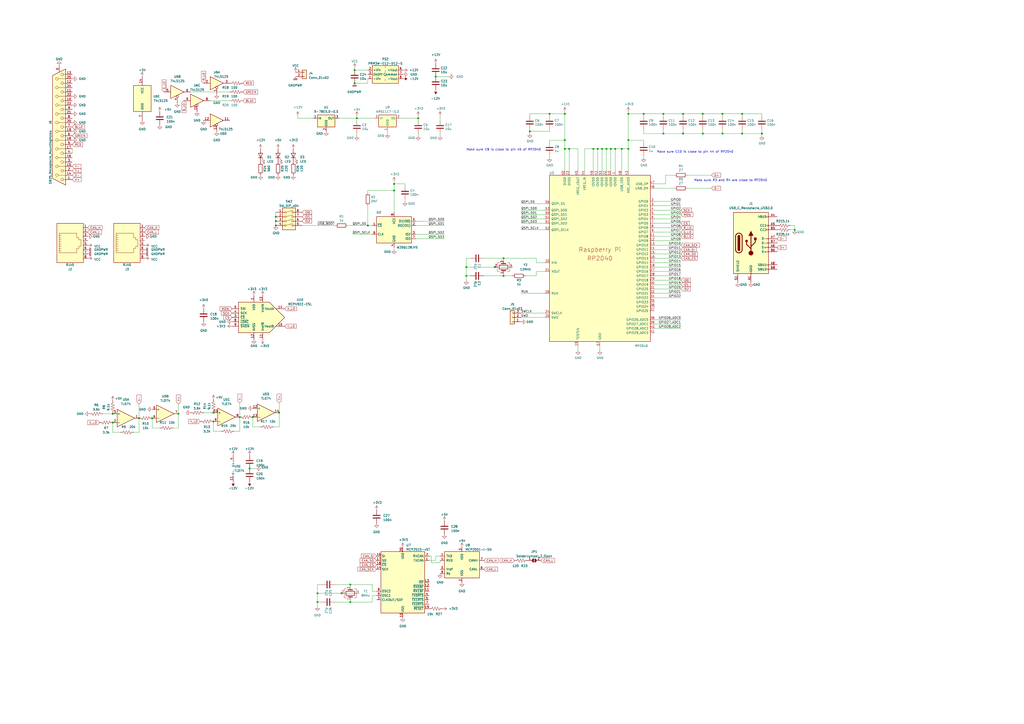
<source format=kicad_sch>
(kicad_sch (version 20230121) (generator eeschema)
  (paper "A2")
  (junction (at 364.49 81.28))
  (junction (at 205.74 48.26))
  (junction (at 160.02 125.73))
  (junction (at 430.53 77.47))
  (junction (at 327.66 81.28))
  (junction (at 354.33 86.36))
  (junction (at 160.02 128.27))
  (junction (at 198.12 344.17))
  (junction (at 441.96 77.47))
  (junction (at 344.17 86.36))
  (junction (at 373.38 66.04))
  (junction (at 396.24 77.47))
  (junction (at 327.66 66.04))
  (junction (at 430.53 66.04))
  (junction (at 184.15 344.17))
  (junction (at 307.34 76.2))
  (junction (at 292.1 160.02))
  (junction (at 252.73 44.45))
  (junction (at 160.02 130.81))
  (junction (at 184.15 349.25))
  (junction (at 384.81 66.04))
  (junction (at 207.01 68.58))
  (junction (at 203.2 349.25))
  (junction (at 123.825 239.395))
  (junction (at 318.77 66.04))
  (junction (at 139.065 241.935))
  (junction (at 360.68 86.36))
  (junction (at 349.25 86.36))
  (junction (at 65.405 245.11))
  (junction (at 103.505 240.03))
  (junction (at 203.2 339.09))
  (junction (at 419.1 77.47))
  (junction (at 461.01 133.35))
  (junction (at 407.67 66.04))
  (junction (at 396.24 66.04))
  (junction (at 419.1 66.04))
  (junction (at 356.87 86.36))
  (junction (at 123.825 244.475))
  (junction (at 407.67 77.47))
  (junction (at 364.49 86.36))
  (junction (at 330.2 86.36))
  (junction (at 144.78 271.78))
  (junction (at 80.645 242.57))
  (junction (at 270.51 154.94))
  (junction (at 384.81 77.47))
  (junction (at 65.405 240.03))
  (junction (at 270.51 160.02))
  (junction (at 161.925 239.395))
  (junction (at 346.71 86.36))
  (junction (at 242.57 68.58))
  (junction (at 88.265 242.57))
  (junction (at 205.74 40.64))
  (junction (at 327.66 86.36))
  (junction (at 364.49 66.04))
  (junction (at 213.36 130.81))
  (junction (at 228.6 110.49))
  (junction (at 351.79 86.36))
  (junction (at 287.02 154.94))
  (junction (at 228.6 106.68))
  (junction (at 146.685 241.935))
  (junction (at 292.1 149.86))
  (wire (pts (xy 292.1 151.13) (xy 292.1 149.86)))
  (wire (pts (xy 80.645 234.315) (xy 80.645 242.57)))
  (wire (pts (xy 316.23 170.18) (xy 302.26 170.18)))
  (wire (pts (xy 215.9 342.9) (xy 215.9 339.09)))
  (wire (pts (xy 184.15 339.09) (xy 186.69 339.09)))
  (wire (pts (xy 80.645 242.57) (xy 80.645 250.825)))
  (wire (pts (xy 103.505 248.285) (xy 103.505 240.03)))
  (wire (pts (xy 396.24 67.31) (xy 396.24 66.04)))
  (wire (pts (xy 255.27 326.39) (xy 255.27 325.12)))
  (wire (pts (xy 161.925 239.395) (xy 161.925 247.65)))
  (wire (pts (xy 419.1 67.31) (xy 419.1 66.04)))
  (wire (pts (xy 242.57 69.85) (xy 242.57 68.58)))
  (wire (pts (xy 302.26 129.54) (xy 316.23 129.54)))
  (wire (pts (xy 379.73 137.16) (xy 394.97 137.16)))
  (wire (pts (xy 100.33 248.285) (xy 103.505 248.285)))
  (wire (pts (xy 364.49 81.28) (xy 364.49 86.36)))
  (wire (pts (xy 379.73 139.7) (xy 394.97 139.7)))
  (wire (pts (xy 241.3 135.89) (xy 257.81 135.89)))
  (wire (pts (xy 407.67 67.31) (xy 407.67 66.04)))
  (wire (pts (xy 218.44 342.9) (xy 215.9 342.9)))
  (wire (pts (xy 441.96 74.93) (xy 441.96 77.47)))
  (wire (pts (xy 148.59 271.78) (xy 144.78 271.78)))
  (wire (pts (xy 273.05 149.86) (xy 270.51 149.86)))
  (wire (pts (xy 356.87 86.36) (xy 356.87 99.06)))
  (wire (pts (xy 270.51 160.02) (xy 270.51 162.56)))
  (wire (pts (xy 349.25 99.06) (xy 349.25 86.36)))
  (wire (pts (xy 379.73 134.62) (xy 394.97 134.62)))
  (wire (pts (xy 327.66 66.04) (xy 327.66 81.28)))
  (wire (pts (xy 318.77 82.55) (xy 318.77 81.28)))
  (wire (pts (xy 364.49 81.28) (xy 373.38 81.28)))
  (wire (pts (xy 347.98 200.66) (xy 347.98 203.2)))
  (wire (pts (xy 255.27 67.31) (xy 255.27 69.85)))
  (wire (pts (xy 379.73 109.22) (xy 391.16 109.22)))
  (wire (pts (xy 379.73 167.64) (xy 394.97 167.64)))
  (wire (pts (xy 161.925 233.68) (xy 161.925 239.395)))
  (wire (pts (xy 160.02 123.19) (xy 160.02 125.73)))
  (wire (pts (xy 311.15 152.4) (xy 311.15 149.86)))
  (wire (pts (xy 346.71 86.36) (xy 349.25 86.36)))
  (wire (pts (xy 255.27 77.47) (xy 255.27 78.74)))
  (wire (pts (xy 316.23 157.48) (xy 311.15 157.48)))
  (wire (pts (xy 198.12 344.17) (xy 208.28 344.17)))
  (wire (pts (xy 280.67 149.86) (xy 292.1 149.86)))
  (wire (pts (xy 316.23 184.15) (xy 302.26 184.15)))
  (wire (pts (xy 213.36 48.26) (xy 205.74 48.26)))
  (wire (pts (xy 204.47 135.89) (xy 215.9 135.89)))
  (wire (pts (xy 234.95 107.95) (xy 234.95 106.68)))
  (wire (pts (xy 59.69 240.03) (xy 65.405 240.03)))
  (wire (pts (xy 207.01 67.31) (xy 207.01 68.58)))
  (wire (pts (xy 354.33 86.36) (xy 356.87 86.36)))
  (wire (pts (xy 110.49 53.34) (xy 133.35 53.34)))
  (wire (pts (xy 228.6 110.49) (xy 228.6 123.19)))
  (wire (pts (xy 419.1 74.93) (xy 419.1 77.47)))
  (wire (pts (xy 360.68 99.06) (xy 360.68 86.36)))
  (wire (pts (xy 69.85 250.825) (xy 65.405 250.825)))
  (wire (pts (xy 302.26 124.46) (xy 316.23 124.46)))
  (wire (pts (xy 270.51 154.94) (xy 287.02 154.94)))
  (wire (pts (xy 92.71 248.285) (xy 88.265 248.285)))
  (wire (pts (xy 118.11 239.395) (xy 123.825 239.395)))
  (wire (pts (xy 307.34 74.93) (xy 307.34 76.2)))
  (wire (pts (xy 213.36 110.49) (xy 228.6 110.49)))
  (wire (pts (xy 450.85 138.43) (xy 450.85 140.97)))
  (wire (pts (xy 224.79 76.2) (xy 224.79 77.47)))
  (wire (pts (xy 379.73 187.96) (xy 394.97 187.96)))
  (wire (pts (xy 396.24 77.47) (xy 384.81 77.47)))
  (wire (pts (xy 270.51 154.94) (xy 270.51 160.02)))
  (wire (pts (xy 379.73 144.78) (xy 394.97 144.78)))
  (wire (pts (xy 364.49 86.36) (xy 364.49 99.06)))
  (wire (pts (xy 80.645 250.825) (xy 77.47 250.825)))
  (wire (pts (xy 307.34 76.2) (xy 307.34 77.47)))
  (wire (pts (xy 349.25 86.36) (xy 351.79 86.36)))
  (wire (pts (xy 316.23 133.35) (xy 302.26 133.35)))
  (wire (pts (xy 344.17 86.36) (xy 346.71 86.36)))
  (wire (pts (xy 146.685 247.65) (xy 146.685 241.935)))
  (wire (pts (xy 461.01 130.81) (xy 461.01 133.35)))
  (wire (pts (xy 327.66 64.77) (xy 327.66 66.04)))
  (wire (pts (xy 213.36 45.72) (xy 213.36 48.26)))
  (wire (pts (xy 41.91 86.36) (xy 41.91 88.9)))
  (wire (pts (xy 318.77 66.04) (xy 327.66 66.04)))
  (wire (pts (xy 158.75 247.65) (xy 161.925 247.65)))
  (wire (pts (xy 364.49 64.77) (xy 364.49 66.04)))
  (wire (pts (xy 217.17 68.58) (xy 207.01 68.58)))
  (wire (pts (xy 344.17 99.06) (xy 344.17 86.36)))
  (wire (pts (xy 351.79 99.06) (xy 351.79 86.36)))
  (wire (pts (xy 330.2 99.06) (xy 330.2 86.36)))
  (wire (pts (xy 441.96 67.31) (xy 441.96 66.04)))
  (wire (pts (xy 184.15 349.25) (xy 186.69 349.25)))
  (wire (pts (xy 458.47 133.35) (xy 461.01 133.35)))
  (wire (pts (xy 201.93 130.81) (xy 213.36 130.81)))
  (wire (pts (xy 430.53 66.04) (xy 441.96 66.04)))
  (wire (pts (xy 335.28 99.06) (xy 335.28 86.36)))
  (wire (pts (xy 215.9 345.44) (xy 215.9 349.25)))
  (wire (pts (xy 184.15 344.17) (xy 184.15 349.25)))
  (wire (pts (xy 88.265 248.285) (xy 88.265 242.57)))
  (wire (pts (xy 373.38 90.17) (xy 373.38 91.44)))
  (wire (pts (xy 430.53 67.31) (xy 430.53 66.04)))
  (wire (pts (xy 327.66 81.28) (xy 327.66 86.36)))
  (wire (pts (xy 242.57 68.58) (xy 242.57 67.31)))
  (wire (pts (xy 379.73 154.94) (xy 394.97 154.94)))
  (wire (pts (xy 234.95 106.68) (xy 228.6 106.68)))
  (wire (pts (xy 384.81 67.31) (xy 384.81 66.04)))
  (wire (pts (xy 307.34 67.31) (xy 307.34 66.04)))
  (wire (pts (xy 373.38 74.93) (xy 373.38 77.47)))
  (wire (pts (xy 292.1 158.75) (xy 292.1 160.02)))
  (wire (pts (xy 379.73 106.68) (xy 386.08 106.68)))
  (wire (pts (xy 419.1 66.04) (xy 430.53 66.04)))
  (wire (pts (xy 270.51 149.86) (xy 270.51 154.94)))
  (wire (pts (xy 241.3 138.43) (xy 257.81 138.43)))
  (wire (pts (xy 335.28 200.66) (xy 335.28 203.2)))
  (wire (pts (xy 430.53 74.93) (xy 430.53 77.47)))
  (wire (pts (xy 160.02 125.73) (xy 160.02 128.27)))
  (wire (pts (xy 213.36 119.38) (xy 213.36 130.81)))
  (wire (pts (xy 139.065 241.935) (xy 139.065 250.19)))
  (wire (pts (xy 360.68 86.36) (xy 364.49 86.36)))
  (wire (pts (xy 121.92 58.42) (xy 133.35 58.42)))
  (wire (pts (xy 103.505 234.315) (xy 103.505 240.03)))
  (wire (pts (xy 379.73 121.92) (xy 394.97 121.92)))
  (wire (pts (xy 398.78 101.6) (xy 412.75 101.6)))
  (wire (pts (xy 407.67 66.04) (xy 419.1 66.04)))
  (wire (pts (xy 316.23 118.11) (xy 302.26 118.11)))
  (wire (pts (xy 304.8 160.02) (xy 311.15 160.02)))
  (wire (pts (xy 213.36 111.76) (xy 213.36 110.49)))
  (wire (pts (xy 384.81 77.47) (xy 373.38 77.47)))
  (wire (pts (xy 65.405 250.825) (xy 65.405 245.11)))
  (wire (pts (xy 242.57 77.47) (xy 242.57 78.74)))
  (wire (pts (xy 379.73 124.46) (xy 394.97 124.46)))
  (wire (pts (xy 248.92 325.12) (xy 252.73 325.12)))
  (wire (pts (xy 228.6 106.68) (xy 228.6 110.49)))
  (wire (pts (xy 327.66 86.36) (xy 327.66 99.06)))
  (wire (pts (xy 441.96 77.47) (xy 441.96 78.74)))
  (wire (pts (xy 207.01 69.85) (xy 207.01 68.58)))
  (wire (pts (xy 318.77 76.2) (xy 318.77 74.93)))
  (wire (pts (xy 450.85 143.51) (xy 450.85 146.05)))
  (wire (pts (xy 160.02 128.27) (xy 160.02 130.81)))
  (wire (pts (xy 384.81 74.93) (xy 384.81 77.47)))
  (wire (pts (xy 241.3 130.81) (xy 257.81 130.81)))
  (wire (pts (xy 241.3 128.27) (xy 257.81 128.27)))
  (wire (pts (xy 379.73 157.48) (xy 394.97 157.48)))
  (wire (pts (xy 218.44 345.44) (xy 215.9 345.44)))
  (wire (pts (xy 419.1 77.47) (xy 407.67 77.47)))
  (wire (pts (xy 139.065 250.19) (xy 135.89 250.19)))
  (wire (pts (xy 356.87 86.36) (xy 360.68 86.36)))
  (wire (pts (xy 396.24 74.93) (xy 396.24 77.47)))
  (wire (pts (xy 430.53 77.47) (xy 419.1 77.47)))
  (wire (pts (xy 379.73 147.32) (xy 394.97 147.32)))
  (wire (pts (xy 407.67 74.93) (xy 407.67 77.47)))
  (wire (pts (xy 194.31 339.09) (xy 203.2 339.09)))
  (wire (pts (xy 346.71 99.06) (xy 346.71 86.36)))
  (wire (pts (xy 172.72 68.58) (xy 181.61 68.58)))
  (wire (pts (xy 292.1 149.86) (xy 311.15 149.86)))
  (wire (pts (xy 196.85 68.58) (xy 207.01 68.58)))
  (wire (pts (xy 354.33 99.06) (xy 354.33 86.36)))
  (wire (pts (xy 430.53 77.47) (xy 441.96 77.47)))
  (wire (pts (xy 302.26 121.92) (xy 316.23 121.92)))
  (wire (pts (xy 330.2 86.36) (xy 327.66 86.36)))
  (wire (pts (xy 194.31 349.25) (xy 203.2 349.25)))
  (wire (pts (xy 172.72 67.31) (xy 172.72 68.58)))
  (wire (pts (xy 215.9 339.09) (xy 203.2 339.09)))
  (wire (pts (xy 234.95 115.57) (xy 234.95 116.84)))
  (wire (pts (xy 379.73 170.18) (xy 394.97 170.18)))
  (wire (pts (xy 373.38 66.04) (xy 384.81 66.04)))
  (wire (pts (xy 384.81 66.04) (xy 396.24 66.04)))
  (wire (pts (xy 379.73 149.86) (xy 394.97 149.86)))
  (wire (pts (xy 184.15 349.25) (xy 184.15 351.79)))
  (wire (pts (xy 386.08 101.6) (xy 386.08 106.68)))
  (wire (pts (xy 335.28 86.36) (xy 330.2 86.36)))
  (wire (pts (xy 139.065 233.68) (xy 139.065 241.935)))
  (wire (pts (xy 184.15 339.09) (xy 184.15 344.17)))
  (wire (pts (xy 318.77 67.31) (xy 318.77 66.04)))
  (wire (pts (xy 260.35 44.45) (xy 252.73 44.45)))
  (wire (pts (xy 248.92 322.58) (xy 250.19 322.58)))
  (wire (pts (xy 205.74 40.64) (xy 213.36 40.64)))
  (wire (pts (xy 379.73 142.24) (xy 394.97 142.24)))
  (wire (pts (xy 379.73 116.84) (xy 394.97 116.84)))
  (wire (pts (xy 205.74 39.37) (xy 205.74 40.64)))
  (wire (pts (xy 316.23 181.61) (xy 302.26 181.61)))
  (wire (pts (xy 175.26 130.81) (xy 194.31 130.81)))
  (wire (pts (xy 228.6 143.51) (xy 228.6 144.78)))
  (wire (pts (xy 252.73 322.58) (xy 255.27 322.58)))
  (wire (pts (xy 307.34 76.2) (xy 318.77 76.2)))
  (wire (pts (xy 379.73 129.54) (xy 394.97 129.54)))
  (wire (pts (xy 123.825 250.19) (xy 123.825 244.475)))
  (wire (pts (xy 318.77 90.17) (xy 318.77 91.44)))
  (wire (pts (xy 339.09 86.36) (xy 344.17 86.36)))
  (wire (pts (xy 379.73 132.08) (xy 394.97 132.08)))
  (wire (pts (xy 203.2 349.25) (xy 203.2 347.98)))
  (wire (pts (xy 373.38 67.31) (xy 373.38 66.04)))
  (wire (pts (xy 273.05 160.02) (xy 270.51 160.02)))
  (wire (pts (xy 250.19 322.58) (xy 250.19 326.39)))
  (wire (pts (xy 379.73 172.72) (xy 394.97 172.72)))
  (wire (pts (xy 203.2 339.09) (xy 203.2 340.36)))
  (wire (pts (xy 386.08 101.6) (xy 391.16 101.6)))
  (wire (pts (xy 318.77 81.28) (xy 327.66 81.28)))
  (wire (pts (xy 302.26 127) (xy 316.23 127)))
  (wire (pts (xy 379.73 152.4) (xy 394.97 152.4)))
  (wire (pts (xy 407.67 77.47) (xy 396.24 77.47)))
  (wire (pts (xy 228.6 105.41) (xy 228.6 106.68)))
  (wire (pts (xy 232.41 68.58) (xy 242.57 68.58)))
  (wire (pts (xy 287.02 154.94) (xy 297.18 154.94)))
  (wire (pts (xy 398.78 109.22) (xy 412.75 109.22)))
  (wire (pts (xy 379.73 160.02) (xy 394.97 160.02)))
  (wire (pts (xy 250.19 326.39) (xy 255.27 326.39)))
  (wire (pts (xy 396.24 66.04) (xy 407.67 66.04)))
  (wire (pts (xy 351.79 86.36) (xy 354.33 86.36)))
  (wire (pts (xy 215.9 349.25) (xy 203.2 349.25)))
  (wire (pts (xy 128.27 250.19) (xy 123.825 250.19)))
  (wire (pts (xy 379.73 119.38) (xy 394.97 119.38)))
  (wire (pts (xy 292.1 160.02) (xy 297.18 160.02)))
  (wire (pts (xy 207.01 77.47) (xy 207.01 78.74)))
  (wire (pts (xy 184.15 344.17) (xy 198.12 344.17)))
  (wire (pts (xy 373.38 82.55) (xy 373.38 81.28)))
  (wire (pts (xy 151.13 247.65) (xy 146.685 247.65)))
  (wire (pts (xy 379.73 127) (xy 394.97 127)))
  (wire (pts (xy 311.15 152.4) (xy 316.23 152.4)))
  (wire (pts (xy 461.01 130.81) (xy 458.47 130.81)))
  (wire (pts (xy 364.49 66.04) (xy 364.49 81.28)))
  (wire (pts (xy 307.34 66.04) (xy 318.77 66.04)))
  (wire (pts (xy 339.09 99.06) (xy 339.09 86.36)))
  (wire (pts (xy 379.73 162.56) (xy 394.97 162.56)))
  (wire (pts (xy 364.49 66.04) (xy 373.38 66.04)))
  (wire (pts (xy 311.15 157.48) (xy 311.15 160.02)))
  (wire (pts (xy 213.36 130.81) (xy 215.9 130.81)))
  (wire (pts (xy 252.73 325.12) (xy 252.73 322.58)))
  (wire (pts (xy 379.73 165.1) (xy 394.97 165.1)))
  (wire (pts (xy 280.67 160.02) (xy 292.1 160.02)))
  (wire (pts (xy 379.73 185.42) (xy 394.97 185.42)))
  (wire (pts (xy 379.73 190.5) (xy 394.97 190.5)))
  (text "Make sure C8 is close to pin 45 of RP2040" (at 270.51 87.63 0) (effects (font (size 1.27 1.27)) (justify left bottom)))
  (text "Make sure R3 and R4 are close to RP2040" (at 402.59 105.41 0) (effects (font (size 1.27 1.27)) (justify left bottom)))
  (text "Make sure C10 is close to pin 44 of RP2040" (at 381 88.9 0) (effects (font (size 1.27 1.27)) (justify left bottom)))
  (label "GPIO22" (at 394.97 172.72 180))
  (label "GPIO13" (at 394.97 149.86 180))
  (label "GPIO6" (at 394.97 132.08 180))
  (label "GPIO14" (at 394.97 152.4 180))
  (label "GPIO21" (at 394.97 170.18 180))
  (label "QSPI_SD3" (at 302.26 129.54 0))
  (label "GPIO0" (at 394.97 116.84 180))
  (label "GPIO4" (at 394.97 127 180))
  (label "GPIO3" (at 394.97 124.46 180))
  (label "QSPI_SD1" (at 257.81 130.81 180))
  (label "QSPI_SD0" (at 302.26 121.92 0))
  (label "GPIO7" (at 394.97 134.62 180))
  (label "GPIO17" (at 394.97 160.02 180))
  (label "QSPI_SD2" (at 302.26 127 0))
  (label "GPIO5" (at 394.97 129.54 180))
  (label "RUN" (at 302.26 170.18 0))
  (label "GPIO15" (at 394.97 154.94 180))
  (label "SWD" (at 302.26 184.15 0))
  (label "GPIO26_ADC0" (at 394.97 185.42 180))
  (label "QSPI_SD1" (at 302.26 124.46 0))
  (label "GPIO10" (at 394.97 142.24 180))
  (label "QSPI_SS" (at 204.47 130.81 0))
  (label "GPIO27_ADC1" (at 394.97 187.96 180))
  (label "GPIO12" (at 394.97 147.32 180))
  (label "GPIO20" (at 394.97 167.64 180))
  (label "GPIO19" (at 394.97 165.1 180))
  (label "GPIO11" (at 394.97 144.78 180))
  (label "GPIO18" (at 394.97 162.56 180))
  (label "GPIO1" (at 394.97 119.38 180))
  (label "SWCLK" (at 302.26 181.61 0))
  (label "QSPI_SCLK" (at 302.26 133.35 0))
  (label "~{USB_BOOT}" (at 184.15 130.81 0))
  (label "QSPI_SS" (at 302.26 118.11 0))
  (label "GPIO8" (at 394.97 137.16 180))
  (label "GPIO9" (at 394.97 139.7 180))
  (label "QSPI_SCLK" (at 204.47 135.89 0))
  (label "GPIO2" (at 394.97 121.92 180))
  (label "QSPI_SD3" (at 257.81 138.43 180))
  (label "GPIO28_ADC2" (at 394.97 190.5 180))
  (label "GPIO16" (at 394.97 157.48 180))
  (label "QSPI_SD0" (at 257.81 128.27 180))
  (label "QSPI_SD2" (at 257.81 135.89 180))
  (global_label "CAN_L" (shape input) (at 83.82 134.62 0) (property "Intersheetrefs" "${INTERSHEET_REFS}" (effects hide)))
  (global_label "MOSI" (shape input) (at 394.97 124.46 0) (property "Intersheetrefs" "${INTERSHEET_REFS}" (effects hide)))
  (global_label "SCK" (shape input) (at 134.62 181.61 180) (property "Intersheetrefs" "${INTERSHEET_REFS}" (effects hide)))
  (global_label "Y_LO" (shape input) (at 116.205 244.475 180) (property "Intersheetrefs" "${INTERSHEET_REFS}" (effects hide)))
  (global_label "CAN_H" (shape input) (at 83.82 132.08 0) (property "Intersheetrefs" "${INTERSHEET_REFS}" (effects hide)))
  (global_label "CAN_L" (shape input) (at 280.67 330.2 0) (property "Intersheetrefs" "${INTERSHEET_REFS}" (effects hide)))
  (global_label "BLUE" (shape input) (at 41.91 73.66 0) (property "Intersheetrefs" "${INTERSHEET_REFS}" (effects hide)))
  (global_label "CAN_SO" (shape input) (at 218.44 325.12 180) (property "Intersheetrefs" "${INTERSHEET_REFS}" (effects hide)))
  (global_label "ID2" (shape input) (at 394.97 167.64 0) (property "Intersheetrefs" "${INTERSHEET_REFS}" (effects hide)))
  (global_label "ID1" (shape input) (at 175.26 125.73 0) (property "Intersheetrefs" "${INTERSHEET_REFS}" (effects hide)))
  (global_label "X-" (shape input) (at 41.91 101.6 0) (property "Intersheetrefs" "${INTERSHEET_REFS}" (effects hide)))
  (global_label "CAN_L" (shape input) (at 313.69 325.12 0) (property "Intersheetrefs" "${INTERSHEET_REFS}" (effects hide)))
  (global_label "X_LO" (shape input) (at 165.1 179.07 0) (property "Intersheetrefs" "${INTERSHEET_REFS}" (effects hide)))
  (global_label "CAN_CS" (shape input) (at 218.44 327.66 180) (property "Intersheetrefs" "${INTERSHEET_REFS}" (effects hide)))
  (global_label "CAN_SO" (shape input) (at 394.97 147.32 0) (property "Intersheetrefs" "${INTERSHEET_REFS}" (effects hide)))
  (global_label "R_LO" (shape input) (at 394.97 132.08 0) (property "Intersheetrefs" "${INTERSHEET_REFS}" (effects hide)))
  (global_label "B_LO" (shape input) (at 106.68 58.42 270) (property "Intersheetrefs" "${INTERSHEET_REFS}" (effects hide)))
  (global_label "X_LO" (shape input) (at 57.785 245.11 180) (property "Intersheetrefs" "${INTERSHEET_REFS}" (effects hide)))
  (global_label "R_LO" (shape input) (at 118.11 48.26 90) (property "Intersheetrefs" "${INTERSHEET_REFS}" (effects hide)))
  (global_label "CS" (shape input) (at 134.62 184.15 180) (property "Intersheetrefs" "${INTERSHEET_REFS}" (effects hide)))
  (global_label "D+" (shape input) (at 450.85 143.51 0) (property "Intersheetrefs" "${INTERSHEET_REFS}" (effects hide)))
  (global_label "G_LO" (shape input) (at 95.25 53.34 90) (property "Intersheetrefs" "${INTERSHEET_REFS}" (effects hide)))
  (global_label "Y-" (shape input) (at 139.065 233.68 90) (property "Intersheetrefs" "${INTERSHEET_REFS}" (effects hide)))
  (global_label "CS" (shape input) (at 394.97 129.54 0) (property "Intersheetrefs" "${INTERSHEET_REFS}" (effects hide)))
  (global_label "D-" (shape input) (at 450.85 138.43 0) (property "Intersheetrefs" "${INTERSHEET_REFS}" (effects hide)))
  (global_label "Y+" (shape input) (at 161.925 233.68 90) (property "Intersheetrefs" "${INTERSHEET_REFS}" (effects hide)))
  (global_label "CAN_H" (shape input) (at 298.45 325.12 180) (property "Intersheetrefs" "${INTERSHEET_REFS}" (effects hide)))
  (global_label "ID0" (shape input) (at 394.97 162.56 0) (property "Intersheetrefs" "${INTERSHEET_REFS}" (effects hide)))
  (global_label "CAN_SI" (shape input) (at 218.44 322.58 180) (property "Intersheetrefs" "${INTERSHEET_REFS}" (effects hide)))
  (global_label "CAN_H" (shape input) (at 280.67 325.12 0) (property "Intersheetrefs" "${INTERSHEET_REFS}" (effects hide)))
  (global_label "X+" (shape input) (at 41.91 104.14 0) (property "Intersheetrefs" "${INTERSHEET_REFS}" (effects hide)))
  (global_label "ID2" (shape input) (at 175.26 128.27 0) (property "Intersheetrefs" "${INTERSHEET_REFS}" (effects hide)))
  (global_label "D+" (shape input) (at 412.75 101.6 0) (property "Intersheetrefs" "${INTERSHEET_REFS}" (effects hide)))
  (global_label "D-" (shape input) (at 412.75 109.22 0) (property "Intersheetrefs" "${INTERSHEET_REFS}" (effects hide)))
  (global_label "RED" (shape input) (at 140.97 48.26 0) (property "Intersheetrefs" "${INTERSHEET_REFS}" (effects hide)))
  (global_label "X+" (shape input) (at 103.505 234.315 90) (property "Intersheetrefs" "${INTERSHEET_REFS}" (effects hide)))
  (global_label "ID1" (shape input) (at 394.97 165.1 0) (property "Intersheetrefs" "${INTERSHEET_REFS}" (effects hide)))
  (global_label "MOSI" (shape input) (at 134.62 179.07 180) (property "Intersheetrefs" "${INTERSHEET_REFS}" (effects hide)))
  (global_label "B_LO" (shape input) (at 394.97 137.16 0) (property "Intersheetrefs" "${INTERSHEET_REFS}" (effects hide)))
  (global_label "SCK" (shape input) (at 394.97 121.92 0) (property "Intersheetrefs" "${INTERSHEET_REFS}" (effects hide)))
  (global_label "Y_LO" (shape input) (at 165.1 189.23 0) (property "Intersheetrefs" "${INTERSHEET_REFS}" (effects hide)))
  (global_label "RED" (shape input) (at 41.91 83.82 0) (property "Intersheetrefs" "${INTERSHEET_REFS}" (effects hide)))
  (global_label "Y-" (shape input) (at 41.91 96.52 0) (property "Intersheetrefs" "${INTERSHEET_REFS}" (effects hide)))
  (global_label "GREEN" (shape input) (at 41.91 78.74 0) (property "Intersheetrefs" "${INTERSHEET_REFS}" (effects hide)))
  (global_label "GREEN" (shape input) (at 140.97 53.34 0) (property "Intersheetrefs" "${INTERSHEET_REFS}" (effects hide)))
  (global_label "G_LO" (shape input) (at 394.97 134.62 0) (property "Intersheetrefs" "${INTERSHEET_REFS}" (effects hide)))
  (global_label "CAN_L" (shape input) (at 50.8 134.62 0) (property "Intersheetrefs" "${INTERSHEET_REFS}" (effects hide)))
  (global_label "ID0" (shape input) (at 175.26 123.19 0) (property "Intersheetrefs" "${INTERSHEET_REFS}" (effects hide)))
  (global_label "BLUE" (shape input) (at 140.97 58.42 0) (property "Intersheetrefs" "${INTERSHEET_REFS}" (effects hide)))
  (global_label "CAN_SCK" (shape input) (at 218.44 330.2 180) (property "Intersheetrefs" "${INTERSHEET_REFS}" (effects hide)))
  (global_label "CAN_CS" (shape input) (at 394.97 149.86 0) (property "Intersheetrefs" "${INTERSHEET_REFS}" (effects hide)))
  (global_label "Y+" (shape input) (at 41.91 99.06 0) (property "Intersheetrefs" "${INTERSHEET_REFS}" (effects hide)))
  (global_label "CAN_SI" (shape input) (at 394.97 144.78 0) (property "Intersheetrefs" "${INTERSHEET_REFS}" (effects hide)))
  (global_label "X-" (shape input) (at 80.645 234.315 90) (property "Intersheetrefs" "${INTERSHEET_REFS}" (effects hide)))
  (global_label "CAN_H" (shape input) (at 50.8 132.08 0) (property "Intersheetrefs" "${INTERSHEET_REFS}" (effects hide)))
  (global_label "CAN_SCK" (shape input) (at 394.97 142.24 0) (property "Intersheetrefs" "${INTERSHEET_REFS}" (effects hide)))
  (symbol (lib_id "4ms_Power:GND") (at 147.32 196.85 0) (unit 1)
    (property "Reference" "#PWR040" (effects hide))
    (property "Value" "GND" (at 147.32 200.66 0))
  )
  (symbol (lib_id "power:+3.3V") (at 152.4 171.45 0) (unit 1)
    (property "Reference" "#PWR041" (effects hide))
    (property "Value" "+3.3V" (at 149.86 167.64 0) (effects (justify left)))
  )
  (symbol (lib_id "Device:C") (at 307.34 71.12 0) (unit 1)
    (property "Reference" "C6" (at 310.261 69.9516 0) (effects (justify left)))
    (property "Value" "100n" (at 310.261 72.263 0) (effects (justify left)))
    (property "Footprint" "Capacitor_SMD:C_0603_1608Metric" (effects hide))
  )
  (symbol (lib_id "Device:LED") (at 170.18 90.17 90) (unit 1)
    (property "Reference" "D3" (at 173.99 91.1225 90) (effects (justify right)))
    (property "Value" "LED" (at 173.99 93.6625 90) (effects (justify right)))
    (property "Footprint" "LED_SMD:LED_0603_1608Metric" (effects hide))
  )
  (symbol (lib_id "power:GND") (at 224.79 77.47 0) (unit 1)
    (property "Reference" "#PWR014" (effects hide))
    (property "Value" "GND" (at 220.98 78.74 0))
  )
  (symbol (lib_id "power:GND") (at 307.34 77.47 0) (unit 1)
    (property "Reference" "#PWR020" (effects hide))
    (property "Value" "GND" (at 307.467 81.8642 0))
  )
  (symbol (lib_id "Device:C") (at 276.86 149.86 270) (unit 1)
    (property "Reference" "C1" (at 278.0284 152.781 0) (effects (justify left)))
    (property "Value" "27p" (at 275.717 152.781 0) (effects (justify left)))
    (property "Footprint" "Capacitor_SMD:C_0603_1608Metric" (effects hide))
  )
  (symbol (lib_id "power:GND") (at 347.98 203.2 0) (unit 1)
    (property "Reference" "#PWR024" (effects hide))
    (property "Value" "GND" (at 348.107 207.5942 0))
  )
  (symbol (lib_id "4ms_Power:GND") (at 134.62 186.69 270) (unit 1)
    (property "Reference" "#PWR037" (effects hide))
    (property "Value" "GND" (at 127 186.69 90) (effects (justify left)))
  )
  (symbol (lib_id "power:GND") (at 255.27 332.74 0) (unit 1)
    (property "Reference" "#PWR028" (effects hide))
    (property "Value" "GND" (at 255.27 337.82 0))
  )
  (symbol (lib_id "power:GND") (at 88.265 237.49 270) (unit 1)
    (property "Reference" "#PWR045" (effects hide))
    (property "Value" "GND" (at 80.645 237.49 90) (effects (justify left)))
  )
  (symbol (lib_id "Jumper:SolderJumper_2_Open") (at 309.88 325.12 0) (unit 1)
    (property "Reference" "JP1" (at 309.88 320.04 0))
    (property "Value" "SolderJumper_2_Open" (at 309.88 322.58 0))
    (property "Footprint" "Jumper:SolderJumper-2_P1.3mm_Open_RoundedPad1.0x1.5mm" (effects hide))
  )
  (symbol (lib_id "Device:R_US") (at 302.26 325.12 270) (unit 1)
    (property "Reference" "R23" (at 304.165 328.295 90))
    (property "Value" "120" (at 299.085 328.295 90))
    (property "Footprint" "Resistor_SMD:R_0603_1608Metric" (effects hide))
  )
  (symbol (lib_id "power:GND") (at 233.68 358.14 0) (unit 1)
    (property "Reference" "#PWR034" (effects hide))
    (property "Value" "GND" (at 233.68 363.22 0))
  )
  (symbol (lib_id "power:+12V") (at 135.255 264.16 0) (unit 1)
    (property "Reference" "#PWR049" (effects hide))
    (property "Value" "+12V" (at 135.255 260.35 0))
  )
  (symbol (lib_id "Device:R_US") (at 123.825 235.585 0) (mirror x) (unit 1)
    (property "Reference" "R14" (at 118.745 235.585 90))
    (property "Value" "9.1k" (at 121.285 235.585 90))
    (property "Footprint" "Resistor_SMD:R_0603_1608Metric" (effects hide))
  )
  (symbol (lib_id "power:GND") (at 189.23 76.2 0) (unit 1)
    (property "Reference" "#PWR074" (effects hide))
    (property "Value" "GND" (at 185.42 77.47 0))
  )
  (symbol (lib_id "power:-12V") (at 233.68 45.72 270) (unit 1)
    (property "Reference" "#PWR069" (effects hide))
    (property "Value" "-12V" (at 237.49 45.72 90) (effects (justify left)))
  )
  (symbol (lib_id "power:GND") (at 41.91 71.12 90) (unit 1)
    (property "Reference" "#PWR06" (effects hide))
    (property "Value" "GND" (at 45.72 71.12 90) (effects (justify right)))
  )
  (symbol (lib_id "Device:R") (at 161.29 97.79 0) (unit 1)
    (property "Reference" "R25" (at 163.83 97.79 90))
    (property "Value" "220" (at 166.1414 97.79 90))
    (property "Footprint" "Resistor_SMD:R_0603_1608Metric" (effects hide))
  )
  (symbol (lib_id "Interface_CAN_LIN:MCP2551-I-SN") (at 267.97 327.66 0) (unit 1)
    (property "Reference" "U8" (at 269.9259 316.23 0) (effects (justify left)))
    (property "Value" "MCP2551-I-SN" (at 269.9259 318.77 0) (effects (justify left)))
    (property "Footprint" "Package_SO:SOIC-8_3.9x4.9mm_P1.27mm" (effects hide))
    (property "Datasheet" "http://ww1.microchip.com/downloads/en/devicedoc/21667d.pdf" (effects hide))
  )
  (symbol (lib_id "power:GNDPWR") (at 50.8 147.32 90) (unit 1)
    (property "Reference" "#PWR078" (effects hide))
    (property "Value" "GNDPWR" (at 54.61 147.32 90) (effects (justify right)))
  )
  (symbol (lib_id "Device:C") (at 441.96 71.12 0) (unit 1)
    (property "Reference" "C16" (at 444.881 69.9516 0) (effects (justify left)))
    (property "Value" "100n" (at 444.881 72.263 0) (effects (justify left)))
    (property "Footprint" "Capacitor_SMD:C_0603_1608Metric" (effects hide))
  )
  (symbol (lib_id "Device:R_US") (at 137.16 53.34 90) (unit 1)
    (property "Reference" "R19" (at 130.81 55.88 90))
    (property "Value" "100" (at 135.89 55.88 90))
    (property "Footprint" "Resistor_SMD:R_0603_1608Metric" (effects hide))
  )
  (symbol (lib_id "power:GND") (at 148.59 271.78 90) (unit 1)
    (property "Reference" "#PWR053" (effects hide))
    (property "Value" "GND" (at 153.67 271.145 90))
  )
  (symbol (lib_id "74xx:74LS125") (at 114.3 58.42 0) (unit 3)
    (property "Reference" "U6" (at 114.3 49.53 0))
    (property "Value" "74LS125" (at 114.3 52.07 0))
    (property "Footprint" "Package_SO:SOIC-14_3.9x8.7mm_P1.27mm" (effects hide))
    (property "Datasheet" "http://www.ti.com/lit/gpn/sn74LS125" (effects hide))
  )
  (symbol (lib_id "power:+3V3") (at 256.54 353.06 270) (unit 1)
    (property "Reference" "#PWR085" (effects hide))
    (property "Value" "+3V3" (at 262.89 353.06 90))
  )
  (symbol (lib_id "PCM_4ms_Power-symbol:+12V") (at 252.73 36.83 0) (unit 1)
    (property "Reference" "#PWR072" (effects hide))
    (property "Value" "+12V" (at 250.19 31.75 0) (effects (justify left)))
  )
  (symbol (lib_id "power:GND") (at 102.87 59.69 0) (unit 1)
    (property "Reference" "#PWR058" (effects hide))
    (property "Value" "GND" (at 102.87 64.77 0))
  )
  (symbol (lib_id "Device:C") (at 207.01 73.66 0) (unit 1)
    (property "Reference" "C3" (at 209.931 72.4916 0) (effects (justify left)))
    (property "Value" "10u" (at 209.931 74.803 0) (effects (justify left)))
    (property "Footprint" "Capacitor_SMD:C_0603_1608Metric" (effects hide))
  )
  (symbol (lib_id "power:-12V") (at 135.255 279.4 180) (unit 1)
    (property "Reference" "#PWR050" (effects hide))
    (property "Value" "-12V" (at 137.795 283.21 0) (effects (justify left)))
  )
  (symbol (lib_id "power:GND") (at 114.3 64.77 0) (unit 1)
    (property "Reference" "#PWR059" (effects hide))
    (property "Value" "GND" (at 114.3 69.85 0))
  )
  (symbol (lib_id "power:GND") (at 118.11 186.69 0) (unit 1)
    (property "Reference" "#PWR036" (effects hide))
    (property "Value" "GND" (at 118.11 191.77 0))
  )
  (symbol (lib_id "power:+5V") (at 65.405 232.41 0) (unit 1)
    (property "Reference" "#PWR044" (effects hide))
    (property "Value" "+5V" (at 66.675 231.14 0) (effects (justify left)))
  )
  (symbol (lib_id "Device:C") (at 190.5 339.09 270) (unit 1)
    (property "Reference" "C25" (at 191.6684 342.011 0) (effects (justify left)))
    (property "Value" "27p" (at 189.357 342.011 0) (effects (justify left)))
    (property "Footprint" "Capacitor_SMD:C_0603_1608Metric" (effects hide))
  )
  (symbol (lib_id "PCM_4ms_Power-symbol:+12V") (at 151.13 86.36 0) (unit 1)
    (property "Reference" "#PWR094" (effects hide))
    (property "Value" "+12V" (at 148.59 81.28 0) (effects (justify left)))
  )
  (symbol (lib_id "Analog_DAC:MCP4922-ESL") (at 149.86 184.15 0) (unit 1)
    (property "Reference" "U10" (at 173.99 173.8883 0))
    (property "Value" "MCP4922-ESL" (at 173.99 176.4283 0))
    (property "Footprint" "Package_SO:SOIC-14_3.9x8.7mm_P1.27mm" (effects hide))
    (property "Datasheet" "http://ww1.microchip.com/downloads/en/devicedoc/21897a.pdf" (effects hide))
  )
  (symbol (lib_id "power:GND") (at 161.29 101.6 0) (unit 1)
    (property "Reference" "#PWR097" (effects hide))
    (property "Value" "GND" (at 157.48 102.87 0))
  )
  (symbol (lib_id "Converter_DCDC:ITQ2412S") (at 223.52 43.18 0) (unit 1)
    (property "Reference" "PS2" (at 223.52 34.29 0))
    (property "Value" "PRM3W-E12-D12-S" (at 223.52 36.83 0))
    (property "Footprint" "Converter_DCDC:Converter_DCDC_XP_POWER-ITxxxxxS_THT" (effects hide))
    (property "Datasheet" "https://www.xppower.com/pdfs/SF_ITQ.pdf" (effects hide))
  )
  (symbol (lib_id "Device:LED") (at 151.13 90.17 90) (unit 1)
    (property "Reference" "D1" (at 154.94 91.1225 90) (effects (justify right)))
    (property "Value" "LED" (at 154.94 93.6625 90) (effects (justify right)))
    (property "Footprint" "LED_SMD:LED_0603_1608Metric" (effects hide))
  )
  (symbol (lib_id "Device:C") (at 318.77 71.12 0) (unit 1)
    (property "Reference" "C7" (at 321.691 69.9516 0) (effects (justify left)))
    (property "Value" "100n" (at 321.691 72.263 0) (effects (justify left)))
    (property "Footprint" "Capacitor_SMD:C_0603_1608Metric" (effects hide))
  )
  (symbol (lib_id "power:GND") (at 233.68 43.18 90) (unit 1)
    (property "Reference" "#PWR067" (effects hide))
    (property "Value" "GND" (at 240.03 43.18 90))
  )
  (symbol (lib_id "power:+3V3") (at 255.27 67.31 0) (unit 1)
    (property "Reference" "#PWR031" (effects hide))
    (property "Value" "+3V3" (at 255.651 62.9158 0))
  )
  (symbol (lib_id "power:GND") (at 151.13 101.6 0) (unit 1)
    (property "Reference" "#PWR095" (effects hide))
    (property "Value" "GND" (at 147.32 102.87 0))
  )
  (symbol (lib_id "power:GND") (at 52.07 240.03 270) (unit 1)
    (property "Reference" "#PWR043" (effects hide))
    (property "Value" "GND" (at 44.45 240.03 90) (effects (justify left)))
  )
  (symbol (lib_id "power:-12V") (at 144.78 279.4 180) (unit 1)
    (property "Reference" "#PWR052" (effects hide))
    (property "Value" "-12V" (at 147.32 283.21 0) (effects (justify left)))
  )
  (symbol (lib_id "Device:R") (at 213.36 115.57 0) (unit 1)
    (property "Reference" "R2" (at 215.138 114.4016 0) (effects (justify left)))
    (property "Value" "DNF" (at 215.138 116.713 0) (effects (justify left)))
    (property "Footprint" "Resistor_SMD:R_0603_1608Metric" (effects hide))
  )
  (symbol (lib_id "power:VCC") (at 83.82 142.24 270) (unit 1)
    (property "Reference" "#PWR081" (effects hide))
    (property "Value" "VCC" (at 87.63 142.875 90) (effects (justify left)))
  )
  (symbol (lib_id "power:+1V1") (at 327.66 64.77 0) (unit 1)
    (property "Reference" "#PWR022" (effects hide))
    (property "Value" "+1V1" (at 328.041 60.3758 0))
  )
  (symbol (lib_id "power:+3V3") (at 228.6 105.41 0) (unit 1)
    (property "Reference" "#PWR015" (effects hide))
    (property "Value" "+3V3" (at 228.981 101.0158 0))
  )
  (symbol (lib_id "power:GND") (at 41.91 66.04 90) (unit 1)
    (property "Reference" "#PWR05" (effects hide))
    (property "Value" "GND" (at 45.72 66.04 90) (effects (justify right)))
  )
  (symbol (lib_id "PCM_4ms_Power-symbol:+12V") (at 172.72 67.31 0) (unit 1)
    (property "Reference" "#PWR076" (effects hide))
    (property "Value" "+12V" (at 170.18 62.23 0) (effects (justify left)))
  )
  (symbol (lib_id "power:GND") (at 41.91 81.28 90) (unit 1)
    (property "Reference" "#PWR08" (effects hide))
    (property "Value" "GND" (at 45.72 81.28 90) (effects (justify right)))
  )
  (symbol (lib_id "Device:R_US") (at 454.66 133.35 270) (unit 1)
    (property "Reference" "R22" (at 452.12 135.89 90))
    (property "Value" "5.1k" (at 455.93 135.89 90))
    (property "Footprint" "Resistor_SMD:R_0603_1608Metric" (effects hide))
  )
  (symbol (lib_id "power:GND") (at 373.38 91.44 0) (unit 1)
    (property "Reference" "#PWR026" (effects hide))
    (property "Value" "GND" (at 373.507 95.8342 0))
  )
  (symbol (lib_id "Device:R_US") (at 65.405 236.22 0) (mirror x) (unit 1)
    (property "Reference" "R8" (at 60.325 236.22 90))
    (property "Value" "9.1k" (at 62.865 236.22 90))
    (property "Footprint" "Resistor_SMD:R_0603_1608Metric" (effects hide))
  )
  (symbol (lib_id "Switch:SW_DIP_x04") (at 167.64 128.27 0) (unit 1)
    (property "Reference" "SW2" (at 167.64 116.84 0))
    (property "Value" "SW_DIP_x04" (at 167.64 119.38 0))
    (property "Footprint" "Button_Switch_SMD:SW_DIP_SPSTx04_Slide_Omron_A6S-410x_W8.9mm_P2.54mm" (effects hide))
  )
  (symbol (lib_id "power:VCC") (at 83.82 149.86 270) (unit 1)
    (property "Reference" "#PWR088" (effects hide))
    (property "Value" "VCC" (at 87.63 150.495 90) (effects (justify left)))
  )
  (symbol (lib_id "power:-12V") (at 252.73 52.07 180) (unit 1)
    (property "Reference" "#PWR071" (effects hide))
    (property "Value" "-12V" (at 255.27 57.15 0) (effects (justify left)))
  )
  (symbol (lib_id "power:GNDPWR") (at 171.45 44.45 0) (unit 1)
    (property "Reference" "#PWR089" (effects hide))
    (property "Value" "GNDPWR" (at 175.26 49.53 0) (effects (justify right)))
  )
  (symbol (lib_id "power:GND") (at 34.29 38.1 180) (unit 1)
    (property "Reference" "#PWR01" (effects hide))
    (property "Value" "GND" (at 34.29 34.29 0))
  )
  (symbol (lib_id "Device:R") (at 151.13 97.79 0) (unit 1)
    (property "Reference" "R24" (at 153.67 97.79 90))
    (property "Value" "560" (at 155.9814 97.79 90))
    (property "Footprint" "Resistor_SMD:R_0603_1608Metric" (effects hide))
  )
  (symbol (lib_id "Device:R_US") (at 84.455 242.57 90) (mirror x) (unit 1)
    (property "Reference" "R10" (at 84.455 245.745 90))
    (property "Value" "10k" (at 84.455 248.285 90))
    (property "Footprint" "Resistor_SMD:R_0603_1608Metric" (effects hide))
  )
  (symbol (lib_id "Connector:RJ45") (at 40.64 139.7 0) (mirror x) (unit 1)
    (property "Reference" "J2" (at 40.64 156.21 0))
    (property "Value" "RJ45" (at 40.64 153.67 0))
    (property "Footprint" "Connector_RJ:RJ45_Amphenol_54602-x08_Horizontal" (effects hide))
  )
  (symbol (lib_id "Device:R_US") (at 55.88 240.03 90) (mirror x) (unit 1)
    (property "Reference" "R6" (at 55.88 234.95 90))
    (property "Value" "3.6k" (at 55.88 237.49 90))
    (property "Footprint" "Resistor_SMD:R_0603_1608Metric" (effects hide))
  )
  (symbol (lib_id "power:GND") (at 41.91 45.72 90) (unit 1)
    (property "Reference" "#PWR02" (effects hide))
    (property "Value" "GND" (at 45.72 45.72 90) (effects (justify right)))
  )
  (symbol (lib_id "Device:C") (at 407.67 71.12 0) (unit 1)
    (property "Reference" "C13" (at 410.591 69.9516 0) (effects (justify left)))
    (property "Value" "100n" (at 410.591 72.263 0) (effects (justify left)))
    (property "Footprint" "Capacitor_SMD:C_0603_1608Metric" (effects hide))
  )
  (symbol (lib_id "power:+5V") (at 123.825 231.775 0) (unit 1)
    (property "Reference" "#PWR047" (effects hide))
    (property "Value" "+5V" (at 125.095 230.505 0) (effects (justify left)))
  )
  (symbol (lib_id "power:VCC") (at 50.8 142.24 270) (unit 1)
    (property "Reference" "#PWR075" (effects hide))
    (property "Value" "VCC" (at 54.61 142.875 90) (effects (justify left)))
  )
  (symbol (lib_id "power:+3V3") (at 233.68 317.5 0) (unit 1)
    (property "Reference" "#PWR033" (effects hide))
    (property "Value" "+3V3" (at 234.061 313.1058 0))
  )
  (symbol (lib_id "Device:C") (at 205.74 44.45 0) (unit 1)
    (property "Reference" "C24" (at 208.661 43.2816 0) (effects (justify left)))
    (property "Value" "10u" (at 208.661 45.593 0) (effects (justify left)))
    (property "Footprint" "Capacitor_SMD:C_0603_1608Metric" (effects hide))
  )
  (symbol (lib_id "Device:C") (at 190.5 349.25 270) (unit 1)
    (property "Reference" "C26" (at 191.6684 352.171 0) (effects (justify left)))
    (property "Value" "27p" (at 189.357 352.171 0) (effects (justify left)))
    (property "Footprint" "Capacitor_SMD:C_0603_1608Metric" (effects hide))
  )
  (symbol (lib_id "Device:C") (at 384.81 71.12 0) (unit 1)
    (property "Reference" "C11" (at 387.731 69.9516 0) (effects (justify left)))
    (property "Value" "100n" (at 387.731 72.263 0) (effects (justify left)))
    (property "Footprint" "Capacitor_SMD:C_0603_1608Metric" (effects hide))
  )
  (symbol (lib_id "Interface_CAN_LIN:MCP2515-xST") (at 233.68 337.82 0) (unit 1)
    (property "Reference" "U7" (at 235.6359 316.23 0) (effects (justify left)))
    (property "Value" "MCP2515-xST" (at 235.6359 318.77 0) (effects (justify left)))
    (property "Footprint" "Package_SO:TSSOP-20_4.4x6.5mm_P0.65mm" (effects hide))
    (property "Datasheet" "http://ww1.microchip.com/downloads/en/DeviceDoc/21801e.pdf" (effects hide))
  )
  (symbol (lib_id "Amplifier_Operational:TL074") (at 131.445 241.935 0) (unit 3)
    (property "Reference" "U5" (at 131.445 231.775 0))
    (property "Value" "TL074" (at 131.445 234.315 0))
    (property "Footprint" "Package_SO:SOIC-14_3.9x8.7mm_P1.27mm" (effects hide))
    (property "Datasheet" "http://www.ti.com/lit/ds/symlink/tl071.pdf" (effects hide))
  )
  (symbol (lib_id "Device:R_US") (at 137.16 48.26 90) (unit 1)
    (property "Reference" "R18" (at 130.81 50.8 90))
    (property "Value" "100" (at 135.89 50.8 90))
    (property "Footprint" "Resistor_SMD:R_0603_1608Metric" (effects hide))
  )
  (symbol (lib_id "Device:C") (at 252.73 40.64 0) (unit 1)
    (property "Reference" "C22" (at 255.651 39.4716 0) (effects (justify left)))
    (property "Value" "10u" (at 255.651 41.783 0) (effects (justify left)))
    (property "Footprint" "Capacitor_SMD:C_0603_1608Metric" (effects hide))
  )
  (symbol (lib_id "Device:R_US") (at 252.73 353.06 270) (unit 1)
    (property "Reference" "R27" (at 254.635 356.235 90))
    (property "Value" "10k" (at 249.555 356.235 90))
    (property "Footprint" "Resistor_SMD:R_0603_1608Metric" (effects hide))
  )
  (symbol (lib_id "power:GND") (at 50.8 137.16 90) (unit 1)
    (property "Reference" "#PWR010" (effects hide))
    (property "Value" "GND" (at 55.88 137.16 90))
  )
  (symbol (lib_name "+5V_1") (lib_id "power:+5V") (at 257.81 302.26 0) (unit 1)
    (property "Reference" "#PWR091" (effects hide))
    (property "Value" "+5V" (at 257.81 298.45 0))
  )
  (symbol (lib_id "power:GND") (at 255.27 78.74 0) (unit 1)
    (property "Reference" "#PWR032" (effects hide))
    (property "Value" "GND" (at 251.46 80.01 0))
  )
  (symbol (lib_name "+5V_1") (lib_id "power:+5V") (at 207.01 67.31 0) (unit 1)
    (property "Reference" "#PWR012" (effects hide))
    (property "Value" "+5V" (at 207.01 63.5 0))
  )
  (symbol (lib_id "Device:C") (at 234.95 111.76 0) (unit 1)
    (property "Reference" "C4" (at 237.871 110.5916 0) (effects (justify left)))
    (property "Value" "100n" (at 237.871 112.903 0) (effects (justify left)))
    (property "Footprint" "Capacitor_SMD:C_0603_1608Metric" (effects hide))
  )
  (symbol (lib_id "Device:R") (at 394.97 109.22 270) (unit 1)
    (property "Reference" "R5" (at 394.97 103.9622 90))
    (property "Value" "27" (at 394.97 106.2736 90))
    (property "Footprint" "Resistor_SMD:R_0603_1608Metric" (effects hide))
  )
  (symbol (lib_id "Device:R_US") (at 61.595 245.11 90) (mirror x) (unit 1)
    (property "Reference" "R7" (at 61.595 248.285 90))
    (property "Value" "3.3k" (at 61.595 250.825 90))
    (property "Footprint" "Resistor_SMD:R_0603_1608Metric" (effects hide))
  )
  (symbol (lib_id "Device:C") (at 430.53 71.12 0) (unit 1)
    (property "Reference" "C15" (at 433.451 69.9516 0) (effects (justify left)))
    (property "Value" "100n" (at 433.451 72.263 0) (effects (justify left)))
    (property "Footprint" "Capacitor_SMD:C_0603_1608Metric" (effects hide))
  )
  (symbol (lib_id "power:VCC") (at 171.45 41.91 0) (unit 1)
    (property "Reference" "#PWR087" (effects hide))
    (property "Value" "VCC" (at 171.45 38.1 0))
  )
  (symbol (lib_id "74xx:74LS125") (at 82.55 57.15 0) (unit 5)
    (property "Reference" "U6" (at 88.9 55.8799 0) (effects (justify left)))
    (property "Value" "74LS125" (at 88.9 58.4199 0) (effects (justify left)))
    (property "Footprint" "Package_SO:SOIC-14_3.9x8.7mm_P1.27mm" (effects hide))
    (property "Datasheet" "http://www.ti.com/lit/gpn/sn74LS125" (effects hide))
  )
  (symbol (lib_id "power:GND") (at 146.685 236.855 270) (unit 1)
    (property "Reference" "#PWR048" (effects hide))
    (property "Value" "GND" (at 139.065 236.855 90) (effects (justify left)))
  )
  (symbol (lib_id "power:+3V3") (at 364.49 64.77 0) (unit 1)
    (property "Reference" "#PWR025" (effects hide))
    (property "Value" "+3V3" (at 364.871 60.3758 0))
  )
  (symbol (lib_id "power:GNDPWR") (at 205.74 48.26 0) (unit 1)
    (property "Reference" "#PWR073" (effects hide))
    (property "Value" "GNDPWR" (at 209.55 53.34 0) (effects (justify right)))
  )
  (symbol (lib_id "Amplifier_Operational:TL074") (at 137.795 271.78 0) (unit 5)
    (property "Reference" "U5" (at 135.89 270.5099 0) (effects (justify left)))
    (property "Value" "TL074" (at 135.89 273.0499 0) (effects (justify left)))
    (property "Footprint" "Package_SO:SOIC-14_3.9x8.7mm_P1.27mm" (effects hide))
    (property "Datasheet" "http://www.ti.com/lit/ds/symlink/tl071.pdf" (effects hide))
  )
  (symbol (lib_id "power:+3.3V") (at 152.4 196.85 180) (unit 1)
    (property "Reference" "#PWR042" (effects hide))
    (property "Value" "+3.3V" (at 156.21 200.66 0) (effects (justify left)))
  )
  (symbol (lib_id "power:GND") (at 92.71 72.39 0) (unit 1)
    (property "Reference" "#PWR057" (effects hide))
    (property "Value" "GND" (at 97.79 73.66 0))
  )
  (symbol (lib_id "power:GND") (at 125.73 76.2 0) (unit 1)
    (property "Reference" "#PWR061" (effects hide))
    (property "Value" "GND" (at 125.73 81.28 0))
  )
  (symbol (lib_id "power:GND") (at 267.97 337.82 0) (unit 1)
    (property "Reference" "#PWR029" (effects hide))
    (property "Value" "GND" (at 267.97 342.9 0))
  )
  (symbol (lib_id "RP2040_minimal-rescue:W25Q128JVS-Memory_Flash") (at 228.6 133.35 0) (unit 1)
    (property "Reference" "U2" (at 219.71 123.19 0))
    (property "Value" "W25Q128JVS" (at 236.22 143.51 0))
    (property "Footprint" "Package_SO:SOIC-8_5.23x5.23mm_P1.27mm" (effects hide))
    (property "Datasheet" "http://www.winbond.com/resource-files/w25q128jv_dtr%20revc%2003272018%20plus.pdf" (effects hide))
  )
  (symbol (lib_id "power:+5V") (at 92.71 64.77 0) (unit 1)
    (property "Reference" "#PWR056" (effects hide))
    (property "Value" "+5V" (at 95.25 63.4999 0) (effects (justify left)))
  )
  (symbol (lib_id "Device:R_US") (at 154.94 247.65 90) (unit 1)
    (property "Reference" "R17" (at 153.035 244.475 90))
    (property "Value" "10k" (at 158.115 244.475 90))
    (property "Footprint" "Resistor_SMD:R_0603_1608Metric" (effects hide))
  )
  (symbol (lib_id "power:GND") (at 184.15 351.79 0) (unit 1)
    (property "Reference" "#PWR086" (effects hide))
    (property "Value" "GND" (at 184.15 356.87 0))
  )
  (symbol (lib_id "power:VCC") (at 50.8 149.86 270) (unit 1)
    (property "Reference" "#PWR079" (effects hide))
    (property "Value" "VCC" (at 54.61 150.495 90) (effects (justify left)))
  )
  (symbol (lib_id "Amplifier_Operational:TL074") (at 73.025 242.57 0) (unit 1)
    (property "Reference" "U5" (at 73.025 231.775 0))
    (property "Value" "TL074" (at 73.025 234.315 0))
    (property "Footprint" "Package_SO:SOIC-14_3.9x8.7mm_P1.27mm" (effects hide))
    (property "Datasheet" "http://www.ti.com/lit/ds/symlink/tl071.pdf" (effects hide))
  )
  (symbol (lib_id "Regulator_Switching:R-78E5.0-0.5") (at 189.23 68.58 0) (unit 1)
    (property "Reference" "U1" (at 189.23 62.23 0))
    (property "Value" "R-78E5.0-0.5" (at 189.23 64.77 0))
    (property "Footprint" "Converter_DCDC:Converter_DCDC_RECOM_R-78E-0.5_THT" (effects hide))
    (property "Datasheet" "https://www.recom-power.com/pdf/Innoline/R-78Exx-0.5.pdf" (effects hide))
  )
  (symbol (lib_id "Device:C") (at 144.78 267.97 0) (unit 1)
    (property "Reference" "C19" (at 148.59 267.335 0) (effects (justify left)))
    (property "Value" "100n" (at 148.59 269.875 0) (effects (justify left)))
    (property "Footprint" "Capacitor_SMD:C_0603_1608Metric" (effects hide))
  )
  (symbol (lib_id "power:+5V") (at 82.55 44.45 0) (unit 1)
    (property "Reference" "#PWR054" (effects hide))
    (property "Value" "+5V" (at 82.55 40.64 0))
  )
  (symbol (lib_id "Device:R_US") (at 142.875 241.935 90) (mirror x) (unit 1)
    (property "Reference" "R16" (at 142.875 245.11 90))
    (property "Value" "10k" (at 142.875 247.65 90))
    (property "Footprint" "Resistor_SMD:R_0603_1608Metric" (effects hide))
  )
  (symbol (lib_id "Device:R_US") (at 454.66 130.81 270) (unit 1)
    (property "Reference" "R21" (at 452.12 128.27 90))
    (property "Value" "5.1k" (at 455.93 128.27 90))
    (property "Footprint" "Resistor_SMD:R_0603_1608Metric" (effects hide))
  )
  (symbol (lib_id "power:GND") (at 41.91 60.96 90) (unit 1)
    (property "Reference" "#PWR04" (effects hide))
    (property "Value" "GND" (at 45.72 60.96 90) (effects (justify right)))
  )
  (symbol (lib_id "power:GND") (at 234.95 116.84 0) (unit 1)
    (property "Reference" "#PWR017" (effects hide))
    (property "Value" "GND" (at 238.76 118.11 0))
  )
  (symbol (lib_id "power:GND") (at 461.01 133.35 0) (unit 1)
    (property "Reference" "#PWR065" (effects hide))
    (property "Value" "GND" (at 462.28 134.62 0) (effects (justify left)))
  )
  (symbol (lib_id "Device:R_US") (at 137.16 58.42 90) (unit 1)
    (property "Reference" "R20" (at 130.81 60.96 90))
    (property "Value" "100" (at 135.89 60.96 90))
    (property "Footprint" "Resistor_SMD:R_0603_1608Metric" (effects hide))
  )
  (symbol (lib_id "Connector_Generic:Conn_01x03") (at 297.18 184.15 180) (unit 1)
    (property "Reference" "J5" (at 297.18 176.53 0))
    (property "Value" "Conn_01x03" (at 297.18 179.07 0))
    (property "Footprint" "Connector_PinHeader_2.54mm:PinHeader_1x03_P2.54mm_Vertical" (effects hide))
  )
  (symbol (lib_id "Device:Crystal_GND24") (at 203.2 344.17 90) (unit 1)
    (property "Reference" "Y1" (at 212.09 342.9 90))
    (property "Value" "8Mhz" (at 212.09 345.44 90))
    (property "Footprint" "Crystal:Crystal_SMD_3225-4Pin_3.2x2.5mm" (effects hide))
  )
  (symbol (lib_id "power:+3V3") (at 242.57 67.31 0) (unit 1)
    (property "Reference" "#PWR018" (effects hide))
    (property "Value" "+3V3" (at 242.951 62.9158 0))
  )
  (symbol (lib_id "Device:C") (at 396.24 71.12 0) (unit 1)
    (property "Reference" "C12" (at 399.161 69.9516 0) (effects (justify left)))
    (property "Value" "100n" (at 399.161 72.263 0) (effects (justify left)))
    (property "Footprint" "Capacitor_SMD:C_0603_1608Metric" (effects hide))
  )
  (symbol (lib_id "Device:R_US") (at 73.66 250.825 90) (unit 1)
    (property "Reference" "R9" (at 71.755 247.65 90))
    (property "Value" "20k" (at 76.835 247.65 90))
    (property "Footprint" "Resistor_SMD:R_0603_1608Metric" (effects hide))
  )
  (symbol (lib_id "power:GND") (at 257.81 309.88 0) (unit 1)
    (property "Reference" "#PWR092" (effects hide))
    (property "Value" "GND" (at 257.81 314.96 0))
  )
  (symbol (lib_id "Connector:DB25_Receptacle_MountingHoles") (at 34.29 73.66 180) (unit 1)
    (property "Reference" "J6" (at 29.21 69.85 90) (effects (justify left)))
    (property "Value" "DB25_Receptacle_MountingHoles" (at 29.21 75.565 90) (effects (justify left)))
    (property "Footprint" "Connector_Dsub:DSUB-25_Female_Horizontal_P2.77x2.84mm_EdgePinOffset7.70mm_Housed_MountingHolesOffset9.12mm" (effects hide))
    (property "Datasheet" " ~" (effects hide))
  )
  (symbol (lib_id "Device:C") (at 252.73 48.26 0) (unit 1)
    (property "Reference" "C23" (at 255.651 47.0916 0) (effects (justify left)))
    (property "Value" "10u" (at 255.651 49.403 0) (effects (justify left)))
    (property "Footprint" "Capacitor_SMD:C_0603_1608Metric" (effects hide))
  )
  (symbol (lib_id "Device:R_US") (at 96.52 248.285 90) (unit 1)
    (property "Reference" "R11" (at 94.615 245.11 90))
    (property "Value" "10k" (at 99.695 245.11 90))
    (property "Footprint" "Resistor_SMD:R_0603_1608Metric" (effects hide))
  )
  (symbol (lib_id "MCU_RaspberryPi_RP2040:RP2040") (at 347.98 149.86 0) (unit 1)
    (property "Reference" "U3" (at 320.04 100.33 0))
    (property "Value" "RP2040" (at 372.11 200.66 0))
    (property "Footprint" "Package_DFN_QFN:QFN-56-1EP_7x7mm_P0.4mm_EP3.2x3.2mm" (effects hide))
  )
  (symbol (lib_id "Device:C") (at 318.77 86.36 0) (unit 1)
    (property "Reference" "C8" (at 321.691 85.1916 0) (effects (justify left)))
    (property "Value" "1u" (at 321.691 87.503 0) (effects (justify left)))
    (property "Footprint" "Capacitor_SMD:C_0603_1608Metric" (effects hide))
  )
  (symbol (lib_id "power:+3V3") (at 170.18 86.36 0) (unit 1)
    (property "Reference" "#PWR098" (effects hide))
    (property "Value" "+3V3" (at 170.18 81.28 0))
  )
  (symbol (lib_id "Device:C") (at 373.38 71.12 0) (unit 1)
    (property "Reference" "C9" (at 376.301 69.9516 0) (effects (justify left)))
    (property "Value" "100n" (at 376.301 72.263 0) (effects (justify left)))
    (property "Footprint" "Capacitor_SMD:C_0603_1608Metric" (effects hide))
  )
  (symbol (lib_id "Device:R_US") (at 132.08 250.19 90) (unit 1)
    (property "Reference" "R15" (at 130.175 247.015 90))
    (property "Value" "20k" (at 135.255 247.015 90))
    (property "Footprint" "Resistor_SMD:R_0603_1608Metric" (effects hide))
  )
  (symbol (lib_id "Device:C") (at 257.81 306.07 0) (unit 1)
    (property "Reference" "C28" (at 261.62 305.435 0) (effects (justify left)))
    (property "Value" "100n" (at 261.62 307.975 0) (effects (justify left)))
    (property "Footprint" "Capacitor_SMD:C_0603_1608Metric" (effects hide))
  )
  (symbol (lib_id "74xx:74LS125") (at 125.73 48.26 0) (unit 1)
    (property "Reference" "U6" (at 125.73 41.91 0))
    (property "Value" "74LS125" (at 128.27 44.45 0))
    (property "Footprint" "Package_SO:SOIC-14_3.9x8.7mm_P1.27mm" (effects hide))
    (property "Datasheet" "http://www.ti.com/lit/gpn/sn74LS125" (effects hide))
  )
  (symbol (lib_id "Device:R_US") (at 120.015 244.475 90) (mirror x) (unit 1)
    (property "Reference" "R13" (at 120.015 247.65 90))
    (property "Value" "3.3k" (at 120.015 250.19 90))
    (property "Footprint" "Resistor_SMD:R_0603_1608Metric" (effects hide))
  )
  (symbol (lib_id "Amplifier_Operational:TL074") (at 154.305 239.395 0) (unit 4)
    (property "Reference" "U5" (at 154.305 228.6 0))
    (property "Value" "TL074" (at 154.305 231.14 0))
    (property "Footprint" "Package_SO:SOIC-14_3.9x8.7mm_P1.27mm" (effects hide))
    (property "Datasheet" "http://www.ti.com/lit/ds/symlink/tl071.pdf" (effects hide))
  )
  (symbol (lib_id "power:GND") (at 83.82 137.16 90) (unit 1)
    (property "Reference" "#PWR080" (effects hide))
    (property "Value" "GND" (at 88.9 137.16 90))
  )
  (symbol (lib_id "Device:C") (at 255.27 73.66 0) (unit 1)
    (property "Reference" "C17" (at 258.191 72.4916 0) (effects (justify left)))
    (property "Value" "10u" (at 258.191 74.803 0) (effects (justify left)))
    (property "Footprint" "Capacitor_SMD:C_0603_1608Metric" (effects hide))
  )
  (symbol (lib_id "power:GND") (at 335.28 203.2 0) (unit 1)
    (property "Reference" "#PWR023" (effects hide))
    (property "Value" "GND" (at 335.407 207.5942 0))
  )
  (symbol (lib_id "Device:R") (at 300.99 160.02 270) (unit 1)
    (property "Reference" "R3" (at 300.99 162.56 90))
    (property "Value" "1k" (at 300.99 164.8714 90))
    (property "Footprint" "Resistor_SMD:R_0603_1608Metric" (effects hide))
  )
  (symbol (lib_id "Device:C") (at 118.11 182.88 180) (unit 1)
    (property "Reference" "C18" (at 121.92 182.245 0) (effects (justify right)))
    (property "Value" "100n" (at 121.92 184.785 0) (effects (justify right)))
    (property "Footprint" "Capacitor_SMD:C_0603_1608Metric" (effects hide))
  )
  (symbol (lib_id "power:GND") (at 435.61 163.83 0) (unit 1)
    (property "Reference" "#PWR064" (effects hide))
    (property "Value" "GND" (at 436.88 165.1 0) (effects (justify left)))
  )
  (symbol (lib_id "Device:R") (at 170.18 97.79 0) (unit 1)
    (property "Reference" "R26" (at 172.72 97.79 90))
    (property "Value" "120" (at 175.0314 97.79 90))
    (property "Footprint" "Resistor_SMD:R_0603_1608Metric" (effects hide))
  )
  (symbol (lib_id "Regulator_Linear:AMS1117-3.3") (at 224.79 68.58 0) (unit 1)
    (property "Reference" "U9" (at 224.79 62.23 0))
    (property "Value" "AMS1117-3.3" (at 224.79 64.77 0))
    (property "Footprint" "Package_TO_SOT_SMD:SOT-223-3_TabPin2" (effects hide))
    (property "Datasheet" "http://www.advanced-monolithic.com/pdf/ds1117.pdf" (effects hide))
  )
  (symbol (lib_id "power:+3.3V") (at 134.62 189.23 90) (unit 1)
    (property "Reference" "#PWR038" (effects hide))
    (property "Value" "+3.3V" (at 130.81 189.23 90) (effects (justify left)))
  )
  (symbol (lib_id "74xx:74LS125") (at 125.73 69.85 0) (unit 4)
    (property "Reference" "U6" (at 129.54 77.47 0))
    (property "Value" "74LS125" (at 130.81 74.93 0))
    (property "Footprint" "Package_SO:SOIC-14_3.9x8.7mm_P1.27mm" (effects hide))
    (property "Datasheet" "http://www.ti.com/lit/gpn/sn74LS125" (effects hide))
  )
  (symbol (lib_id "power:GND") (at 118.11 69.85 0) (unit 1)
    (property "Reference" "#PWR062" (effects hide))
    (property "Value" "GND" (at 118.11 74.93 0))
  )
  (symbol (lib_id "Device:R") (at 394.97 101.6 270) (unit 1)
    (property "Reference" "R4" (at 394.97 96.3422 90))
    (property "Value" "27" (at 394.97 98.6536 90))
    (property "Footprint" "Resistor_SMD:R_0603_1608Metric" (effects hide))
  )
  (symbol (lib_id "power:GND") (at 270.51 162.56 0) (unit 1)
    (property "Reference" "#PWR011" (effects hide))
    (property "Value" "GND" (at 270.637 166.9542 0))
  )
  (symbol (lib_name "+5V_1") (lib_id "power:+5V") (at 267.97 317.5 0) (unit 1)
    (property "Reference" "#PWR030" (effects hide))
    (property "Value" "+5V" (at 267.97 313.69 0))
  )
  (symbol (lib_id "Device:C") (at 92.71 68.58 0) (unit 1)
    (property "Reference" "C21" (at 96.52 67.945 0) (effects (justify left)))
    (property "Value" "100n" (at 96.52 70.485 0) (effects (justify left)))
    (property "Footprint" "Capacitor_SMD:C_0603_1608Metric" (effects hide))
  )
  (symbol (lib_id "Device:R") (at 198.12 130.81 270) (unit 1)
    (property "Reference" "R1" (at 198.12 125.5522 90))
    (property "Value" "1k" (at 198.12 127.8636 90))
    (property "Footprint" "Resistor_SMD:R_0603_1608Metric" (effects hide))
  )
  (symbol (lib_id "power:GND") (at 125.73 54.61 0) (unit 1)
    (property "Reference" "#PWR060" (effects hide))
    (property "Value" "GND" (at 125.73 59.69 0))
  )
  (symbol (lib_id "PCM_4ms_Power-symbol:+12V") (at 233.68 40.64 270) (unit 1)
    (property "Reference" "#PWR068" (effects hide))
    (property "Value" "+12V" (at 237.49 40.64 90) (effects (justify left)))
  )
  (symbol (lib_id "power:+3.3V") (at 118.11 179.07 0) (unit 1)
    (property "Reference" "#PWR035" (effects hide))
    (property "Value" "+3.3V" (at 118.11 173.99 0))
  )
  (symbol (lib_id "Device:R_US") (at 114.3 239.395 90) (mirror x) (unit 1)
    (property "Reference" "R12" (at 114.3 234.315 90))
    (property "Value" "3.6k" (at 114.3 236.855 90))
    (property "Footprint" "Resistor_SMD:R_0603_1608Metric" (effects hide))
  )
  (symbol (lib_name "+5V_1") (lib_id "power:+5V") (at 161.29 86.36 0) (unit 1)
    (property "Reference" "#PWR096" (effects hide))
    (property "Value" "+5V" (at 161.29 81.28 0))
  )
  (symbol (lib_id "power:GND") (at 41.91 55.88 90) (unit 1)
    (property "Reference" "#PWR03" (effects hide))
    (property "Value" "GND" (at 45.72 55.88 90) (effects (justify right)))
  )
  (symbol (lib_id "power:GNDPWR") (at 50.8 144.78 90) (unit 1)
    (property "Reference" "#PWR077" (effects hide))
    (property "Value" "GNDPWR" (at 54.61 144.78 90) (effects (justify right)))
  )
  (symbol (lib_id "Device:LED") (at 161.29 90.17 90) (unit 1)
    (property "Reference" "D2" (at 165.1 91.1225 90) (effects (justify right)))
    (property "Value" "LED" (at 165.1 93.6625 90) (effects (justify right)))
    (property "Footprint" "LED_SMD:LED_0603_1608Metric" (effects hide))
  )
  (symbol (lib_id "Device:Crystal_GND24") (at 292.1 154.94 90) (unit 1)
    (property "Reference" "Y2" (at 304.8 153.67 90))
    (property "Value" "12MHz" (at 304.8 156.21 90))
    (property "Footprint" "Crystal:Crystal_SMD_3225-4Pin_3.2x2.5mm" (effects hide))
  )
  (symbol (lib_id "power:GND") (at 160.02 130.81 0) (unit 1)
    (property "Reference" "#PWR09" (effects hide))
    (property "Value" "GND" (at 160.147 135.2042 0))
  )
  (symbol (lib_id "74xx:74LS125") (at 102.87 53.34 0) (unit 2)
    (property "Reference" "U6" (at 102.87 44.45 0))
    (property "Value" "74LS125" (at 102.87 46.99 0))
    (property "Footprint" "Package_SO:SOIC-14_3.9x8.7mm_P1.27mm" (effects hide))
    (property "Datasheet" "http://www.ti.com/lit/gpn/sn74LS125" (effects hide))
  )
  (symbol (lib_id "Connector:USB_C_Receptacle_USB2.0") (at 435.61 140.97 0) (unit 1)
    (property "Reference" "J1" (at 435.61 118.11 0))
    (property "Value" "USB_C_Receptacle_USB2.0" (at 435.61 120.65 0))
    (property "Footprint" "Connector_USB:USB_C_Receptacle_Palconn_UTC16-G" (effects hide))
    (property "Datasheet" "https://www.usb.org/sites/default/files/documents/usb_type-c.zip" (effects hide))
  )
  (symbol (lib_id "Device:C") (at 218.44 299.72 0) (unit 1)
    (property "Reference" "C27" (at 222.25 299.085 0) (effects (justify left)))
    (property "Value" "100n" (at 222.25 301.625 0) (effects (justify left)))
    (property "Footprint" "Capacitor_SMD:C_0603_1608Metric" (effects hide))
  )
  (symbol (lib_id "power:GND") (at 302.26 186.69 90) (unit 1)
    (property "Reference" "#PWR093" (effects hide))
    (property "Value" "GND" (at 307.34 186.69 90))
  )
  (symbol (lib_id "power:VCC") (at 205.74 39.37 0) (unit 1)
    (property "Reference" "#PWR066" (effects hide))
    (property "Value" "VCC" (at 205.74 35.56 0))
  )
  (symbol (lib_id "Device:C") (at 276.86 160.02 270) (unit 1)
    (property "Reference" "C2" (at 278.0284 162.941 0) (effects (justify left)))
    (property "Value" "27p" (at 275.717 162.941 0) (effects (justify left)))
    (property "Footprint" "Capacitor_SMD:C_0603_1608Metric" (effects hide))
  )
  (symbol (lib_id "power:GND") (at 110.49 239.395 270) (unit 1)
    (property "Reference" "#PWR046" (effects hide))
    (property "Value" "GND" (at 106.045 236.22 90) (effects (justify left)))
  )
  (symbol (lib_id "power:GND") (at 207.01 78.74 0) (unit 1)
    (property "Reference" "#PWR013" (effects hide))
    (property "Value" "GND" (at 203.2 80.01 0))
  )
  (symbol (lib_id "power:+3V3") (at 218.44 295.91 0) (unit 1)
    (property "Reference" "#PWR084" (effects hide))
    (property "Value" "+3V3" (at 218.821 291.5158 0))
  )
  (symbol (lib_id "power:GNDPWR") (at 83.82 147.32 90) (unit 1)
    (property "Reference" "#PWR083" (effects hide))
    (property "Value" "GNDPWR" (at 87.63 147.32 90) (effects (justify right)))
  )
  (symbol (lib_id "power:GND") (at 242.57 78.74 0) (unit 1)
    (property "Reference" "#PWR019" (effects hide))
    (property "Value" "GND" (at 238.76 80.01 0))
  )
  (symbol (lib_id "power:GND") (at 260.35 44.45 90) (unit 1)
    (property "Reference" "#PWR070" (effects hide))
    (property "Value" "GND" (at 266.7 44.45 90))
  )
  (symbol (lib_id "Device:C") (at 419.1 71.12 0) (unit 1)
    (property "Reference" "C14" (at 422.021 69.9516 0) (effects (justify left)))
    (property "Value" "100n" (at 422.021 72.263 0) (effects (justify left)))
    (property "Footprint" "Capacitor_SMD:C_0603_1608Metric" (effects hide))
  )
  (symbol (lib_id "power:GND") (at 427.99 163.83 0) (unit 1)
    (property "Reference" "#PWR063" (effects hide))
    (property "Value" "GND" (at 429.26 165.1 0) (effects (justify left)))
  )
  (symbol (lib_id "power:GND") (at 170.18 101.6 0) (unit 1)
    (property "Reference" "#PWR099" (effects hide))
    (property "Value" "GND" (at 166.37 102.87 0))
  )
  (symbol (lib_id "Device:C") (at 373.38 86.36 0) (unit 1)
    (property "Reference" "C10" (at 376.301 85.1916 0) (effects (justify left)))
    (property "Value" "1u" (at 376.301 87.503 0) (effects (justify left)))
    (property "Footprint" "Capacitor_SMD:C_0603_1608Metric" (effects hide))
  )
  (symbol (lib_id "power:+12V") (at 144.78 264.16 0) (unit 1)
    (property "Reference" "#PWR051" (effects hide))
    (property "Value" "+12V" (at 144.78 260.35 0))
  )
  (symbol (lib_id "power:+3.3V") (at 147.32 171.45 0) (unit 1)
    (property "Reference" "#PWR039" (effects hide))
    (property "Value" "+3.3V" (at 143.51 167.64 0) (effects (justify left)))
  )
  (symbol (lib_id "Connector:RJ45") (at 73.66 139.7 0) (mirror x) (unit 1)
    (property "Reference" "J3" (at 73.66 156.21 0))
    (property "Value" "RJ45" (at 73.66 153.67 0))
    (property "Footprint" "Connector_RJ:RJ45_Amphenol_54602-x08_Horizontal" (effects hide))
  )
  (symbol (lib_id "power:GND") (at 82.55 69.85 0) (unit 1)
    (property "Reference" "#PWR055" (effects hide))
    (property "Value" "GND" (at 82.55 74.93 0))
  )
  (symbol (lib_id "Connector_Generic:Conn_01x02") (at 176.53 41.91 0) (unit 1)
    (property "Reference" "J4" (at 179.07 42.545 0) (effects (justify left)))
    (property "Value" "Conn_01x02" (at 179.07 45.085 0) (effects (justify left)))
    (property "Footprint" "Connector_Wire:SolderWire-2sqmm_1x02_P7.8mm_D2mm_OD3.9mm_Relief" (effects hide))
  )
  (symbol (lib_id "Device:C") (at 242.57 73.66 0) (unit 1)
    (property "Reference" "C5" (at 245.491 72.4916 0) (effects (justify left)))
    (property "Value" "10u" (at 245.491 74.803 0) (effects (justify left)))
    (property "Footprint" "Capacitor_SMD:C_0603_1608Metric" (effects hide))
  )
  (symbol (lib_id "power:GNDPWR") (at 83.82 144.78 90) (unit 1)
    (property "Reference" "#PWR082" (effects hide))
    (property "Value" "GNDPWR" (at 87.63 144.78 90) (effects (justify right)))
  )
  (symbol (lib_id "power:GND") (at 318.77 91.44 0) (unit 1)
    (property "Reference" "#PWR021" (effects hide))
    (property "Value" "GND" (at 318.897 95.8342 0))
  )
  (symbol (lib_id "Device:C") (at 144.78 275.59 0) (unit 1)
    (property "Reference" "C20" (at 148.59 274.955 0) (effects (justify left)))
    (property "Value" "100n" (at 148.59 277.495 0) (effects (justify left)))
    (property "Footprint" "Capacitor_SMD:C_0603_1608Metric" (effects hide))
  )
  (symbol (lib_id "power:GND") (at 441.96 78.74 0) (unit 1)
    (property "Reference" "#PWR027" (effects hide))
    (property "Value" "GND" (at 442.087 83.1342 0))
  )
  (symbol (lib_id "power:GND") (at 218.44 303.53 0) (unit 1)
    (property "Reference" "#PWR090" (effects hide))
    (property "Value" "GND" (at 218.44 308.61 0))
  )
  (symbol (lib_id "power:GND") (at 41.91 76.2 90) (unit 1)
    (property "Reference" "#PWR07" (effects hide))
    (property "Value" "GND" (at 45.72 76.2 90) (effects (justify right)))
  )
  (symbol (lib_id "Amplifier_Operational:TL074") (at 95.885 240.03 0) (unit 2)
    (property "Reference" "U5" (at 95.885 229.87 0))
    (property "Value" "TL074" (at 95.885 232.41 0))
    (property "Footprint" "Package_SO:SOIC-14_3.9x8.7mm_P1.27mm" (effects hide))
    (property "Datasheet" "http://www.ti.com/lit/ds/symlink/tl071.pdf" (effects hide))
  )
  (symbol (lib_id "power:GND") (at 228.6 144.78 0) (unit 1)
    (property "Reference" "#PWR016" (effects hide))
    (property "Value" "GND" (at 224.79 146.05 0))
  )
)
</source>
